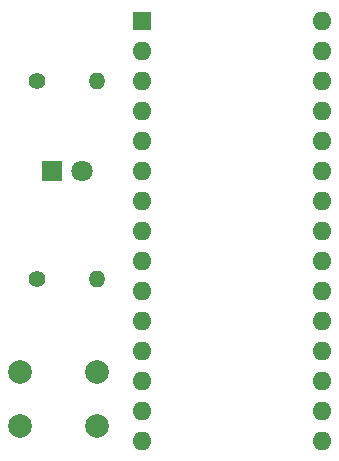
<source format=gbr>
%TF.GenerationSoftware,KiCad,Pcbnew,7.0.6*%
%TF.CreationDate,2023-08-19T21:53:38-07:00*%
%TF.ProjectId,schematic_copy_,73636865-6d61-4746-9963-5f636f70795f,rev?*%
%TF.SameCoordinates,Original*%
%TF.FileFunction,Soldermask,Bot*%
%TF.FilePolarity,Negative*%
%FSLAX46Y46*%
G04 Gerber Fmt 4.6, Leading zero omitted, Abs format (unit mm)*
G04 Created by KiCad (PCBNEW 7.0.6) date 2023-08-19 21:53:38*
%MOMM*%
%LPD*%
G01*
G04 APERTURE LIST*
%ADD10C,2.000000*%
%ADD11R,1.800000X1.800000*%
%ADD12C,1.800000*%
%ADD13O,1.600000X1.600000*%
%ADD14R,1.600000X1.600000*%
%ADD15C,1.400000*%
%ADD16O,1.400000X1.400000*%
G04 APERTURE END LIST*
D10*
%TO.C,SW1*%
X137160000Y-105990000D03*
X130660000Y-105990000D03*
X137160000Y-110490000D03*
X130660000Y-110490000D03*
%TD*%
D11*
%TO.C,BLUE_LED1*%
X133350000Y-88900000D03*
D12*
X135890000Y-88900000D03*
%TD*%
D13*
%TO.C,A1*%
X156210000Y-76200000D03*
X156210000Y-78740000D03*
X156210000Y-81280000D03*
X156210000Y-83820000D03*
X156210000Y-86360000D03*
X156210000Y-88900000D03*
X156210000Y-91440000D03*
X156210000Y-93980000D03*
X156210000Y-96520000D03*
X156210000Y-99060000D03*
X156210000Y-101600000D03*
X156210000Y-104140000D03*
X156210000Y-106680000D03*
X156210000Y-109220000D03*
X156210000Y-111760000D03*
X140970000Y-111760000D03*
X140970000Y-109220000D03*
X140970000Y-106680000D03*
X140970000Y-104140000D03*
X140970000Y-101600000D03*
X140970000Y-99060000D03*
X140970000Y-96520000D03*
X140970000Y-93980000D03*
X140970000Y-91440000D03*
X140970000Y-88900000D03*
X140970000Y-86360000D03*
X140970000Y-83820000D03*
X140970000Y-81280000D03*
X140970000Y-78740000D03*
D14*
X140970000Y-76200000D03*
%TD*%
D15*
%TO.C,220R1*%
X132080000Y-81280000D03*
D16*
X137160000Y-81280000D03*
%TD*%
D15*
%TO.C,10KR2*%
X132080000Y-98080000D03*
D16*
X137160000Y-98080000D03*
%TD*%
M02*

</source>
